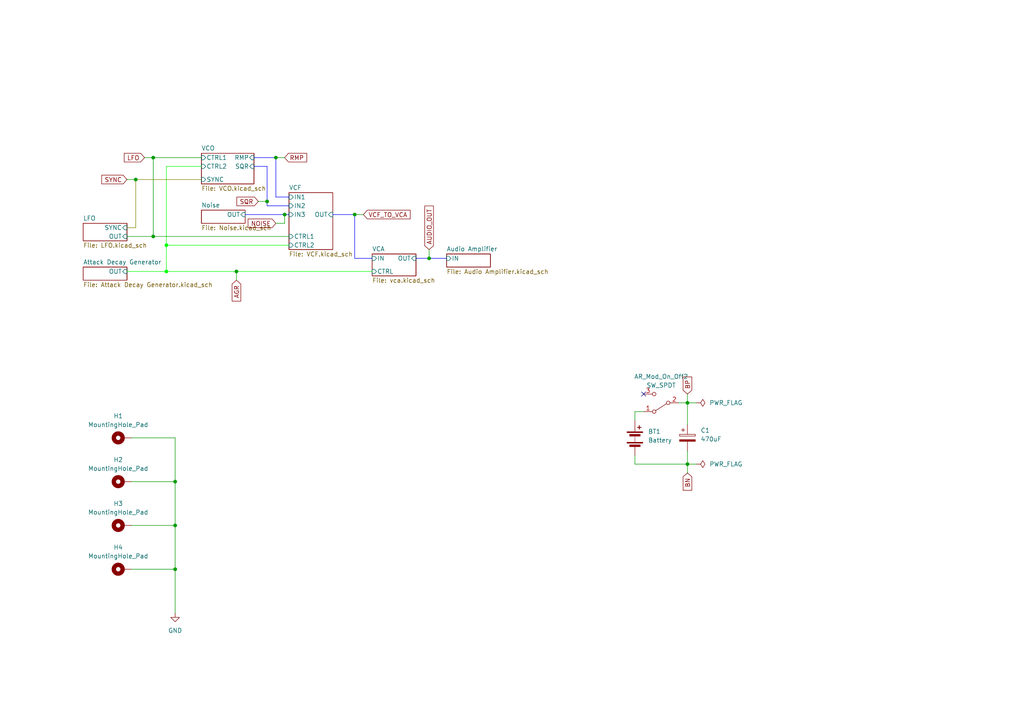
<source format=kicad_sch>
(kicad_sch (version 20230121) (generator eeschema)
  (paper "A4")
  (lib_symbols
    (symbol "Device:Battery" (pin_numbers hide) (pin_names (offset 0) hide)
      (property "Reference" "BT" (at 2.54 2.54 0))
      (property "Value" "Battery" (at 2.54 0 0))
      (symbol "Battery_0_1"
        (rectangle (start -2.286 -1.27) (end 2.286 -1.524) (fill (type outline)))
        (rectangle (start -2.286 1.778) (end 2.286 1.524) (fill (type outline)))
        (rectangle (start -1.524 -2.032) (end 1.524 -2.54) (fill (type outline)))
        (rectangle (start -1.524 1.016) (end 1.524 0.508) (fill (type outline)))
        (polyline (pts (xy 0 -1.016) (xy 0 -0.762)))
        (polyline (pts (xy 0 -0.508) (xy 0 -0.254)))
        (polyline (pts (xy 0 0) (xy 0 0.254)))
        (polyline (pts (xy 0 1.778) (xy 0 2.54)))
        (polyline (pts (xy 0.762 3.048) (xy 1.778 3.048)) (stroke (width 0.254)))
        (polyline (pts (xy 1.27 3.556) (xy 1.27 2.54)) (stroke (width 0.254)))
      )
      (symbol "Battery_1_1"
        (pin passive line (at 0 5.08 270) (length 2.54) (name "+") (number "1"))
        (pin passive line (at 0 -5.08 90) (length 2.54) (name "-") (number "2"))
      )
    )
    (symbol "Device:C_Polarized" (pin_numbers hide) (pin_names (offset 0.254))
      (property "Reference" "C" (at 0.635 2.54 0))
      (property "Value" "C_Polarized" (at 0.635 -2.54 0))
      (symbol "C_Polarized_0_1"
        (rectangle (start -2.286 0.508) (end 2.286 1.016))
        (polyline (pts (xy -1.778 2.286) (xy -0.762 2.286)))
        (polyline (pts (xy -1.27 2.794) (xy -1.27 1.778)))
        (rectangle (start 2.286 -0.508) (end -2.286 -1.016) (fill (type outline)))
      )
      (symbol "C_Polarized_1_1"
        (pin passive line (at 0 3.81 270) (length 2.794) (name "~") (number "1"))
        (pin passive line (at 0 -3.81 90) (length 2.794) (name "~") (number "2"))
      )
    )
    (symbol "Mechanical:MountingHole_Pad" (pin_numbers hide) (pin_names (offset 1.016) hide)
      (property "Reference" "H" (at 0 6.35 0))
      (property "Value" "MountingHole_Pad" (at 0 4.445 0))
      (symbol "MountingHole_Pad_0_1"
        (circle (center 0 1.27) (radius 1.27) (stroke (width 1.27)))
      )
      (symbol "MountingHole_Pad_1_1"
        (pin input line (at 0 -2.54 90) (length 2.54) (name "1") (number "1"))
      )
    )
    (symbol "Switch:SW_SPDT" (pin_names (offset 0) hide)
      (property "Reference" "SW" (at 0 4.318 0))
      (property "Value" "SW_SPDT" (at 0 -5.08 0))
      (symbol "SW_SPDT_0_0"
        (circle (center -2.032 0) (radius 0.508))
        (circle (center 2.032 -2.54) (radius 0.508))
      )
      (symbol "SW_SPDT_0_1"
        (polyline (pts (xy -1.524 0.254) (xy 1.651 2.286)))
        (circle (center 2.032 2.54) (radius 0.508))
      )
      (symbol "SW_SPDT_1_1"
        (pin passive line (at 5.08 2.54 180) (length 2.54) (name "A") (number "1"))
        (pin passive line (at -5.08 0 0) (length 2.54) (name "B") (number "2"))
        (pin passive line (at 5.08 -2.54 180) (length 2.54) (name "C") (number "3"))
      )
    )
    (symbol "power:GND" (power) (pin_names (offset 0))
      (property "Value" "GND" (at 0 -3.81 0))
      (symbol "GND_0_1"
        (polyline (pts (xy 0 0) (xy 0 -1.27) (xy 1.27 -1.27) (xy 0 -2.54) (xy -1.27 -1.27) (xy 0 -1.27)))
      )
      (symbol "GND_1_1"
        (pin power_in line (at 0 0 270) (length 0) hide (name "GND") (number "1"))
      )
    )
    (symbol "power:PWR_FLAG" (power) (pin_numbers hide) (pin_names (offset 0) hide)
      (property "Value" "PWR_FLAG" (at 0 3.81 0))
      (symbol "PWR_FLAG_0_0"
        (pin power_out line (at 0 0 90) (length 0) (name "pwr") (number "1"))
      )
      (symbol "PWR_FLAG_0_1"
        (polyline (pts (xy 0 0) (xy 0 1.27) (xy -1.016 1.905) (xy 0 2.54) (xy 1.016 1.905) (xy 0 1.27)))
      )
    )
  )
  (junction (at 68.58 78.74))
  (junction (at 50.8 165.1))
  (junction (at 44.45 68.58))
  (junction (at 39.37 52.07))
  (junction (at 82.55 62.23))
  (junction (at 77.47 58.42))
  (junction (at 44.45 45.72))
  (junction (at 199.39 116.84))
  (junction (at 48.26 78.74) (color 0 255 0 1))
  (junction (at 50.8 139.7))
  (junction (at 199.39 134.62))
  (junction (at 80.01 45.72))
  (junction (at 50.8 152.4))
  (junction (at 48.26 71.12) (color 0 255 0 1))
  (junction (at 102.87 62.23))
  (junction (at 124.46 74.93))
  (no_connect (at 186.69 114.3))
  (wire (pts (xy 199.39 134.62) (xy 199.39 137.16)))
  (wire (pts (xy 38.1 165.1) (xy 50.8 165.1)))
  (wire (pts (xy 39.37 52.07) (xy 58.42 52.07)) (stroke (width 0) (color 132 132 0 1)))
  (wire (pts (xy 58.42 45.72) (xy 44.45 45.72)))
  (wire (pts (xy 50.8 152.4) (xy 50.8 165.1)))
  (wire (pts (xy 48.26 48.26) (xy 48.26 71.12)) (stroke (width 0) (color 0 255 0 1)))
  (wire (pts (xy 44.45 45.72) (xy 44.45 68.58)))
  (wire (pts (xy 120.65 74.93) (xy 124.46 74.93)) (stroke (width 0) (color 0 0 255 1)))
  (wire (pts (xy 50.8 139.7) (xy 50.8 152.4)))
  (wire (pts (xy 74.93 58.42) (xy 77.47 58.42)))
  (wire (pts (xy 38.1 139.7) (xy 50.8 139.7)))
  (wire (pts (xy 124.46 72.39) (xy 124.46 74.93)))
  (wire (pts (xy 83.82 68.58) (xy 44.45 68.58)))
  (wire (pts (xy 82.55 64.77) (xy 82.55 62.23)))
  (wire (pts (xy 39.37 66.04) (xy 36.83 66.04)) (stroke (width 0) (color 132 132 0 1)))
  (wire (pts (xy 102.87 62.23) (xy 102.87 74.93)) (stroke (width 0) (color 0 0 255 1)))
  (wire (pts (xy 184.15 119.38) (xy 184.15 121.92)))
  (wire (pts (xy 196.85 116.84) (xy 199.39 116.84)))
  (wire (pts (xy 199.39 114.3) (xy 199.39 116.84)))
  (wire (pts (xy 38.1 127) (xy 50.8 127)))
  (wire (pts (xy 73.66 45.72) (xy 80.01 45.72)) (stroke (width 0) (color 0 0 255 1)))
  (wire (pts (xy 50.8 127) (xy 50.8 139.7)))
  (wire (pts (xy 184.15 132.08) (xy 184.15 134.62)))
  (wire (pts (xy 107.95 78.74) (xy 68.58 78.74)) (stroke (width 0) (color 0 255 0 1)))
  (wire (pts (xy 80.01 57.15) (xy 83.82 57.15)) (stroke (width 0) (color 0 0 255 1)))
  (wire (pts (xy 80.01 45.72) (xy 80.01 57.15)) (stroke (width 0) (color 0 0 255 1)))
  (wire (pts (xy 102.87 62.23) (xy 105.41 62.23)))
  (wire (pts (xy 36.83 52.07) (xy 39.37 52.07)))
  (wire (pts (xy 199.39 116.84) (xy 201.93 116.84)))
  (wire (pts (xy 71.12 62.23) (xy 82.55 62.23)) (stroke (width 0) (color 0 0 255 1)))
  (wire (pts (xy 199.39 134.62) (xy 199.39 130.81)))
  (wire (pts (xy 38.1 152.4) (xy 50.8 152.4)))
  (wire (pts (xy 41.91 45.72) (xy 44.45 45.72)))
  (wire (pts (xy 58.42 48.26) (xy 48.26 48.26)) (stroke (width 0) (color 0 255 0 1)))
  (wire (pts (xy 80.01 45.72) (xy 82.55 45.72)))
  (wire (pts (xy 186.69 119.38) (xy 184.15 119.38)))
  (wire (pts (xy 68.58 78.74) (xy 68.58 81.28)))
  (wire (pts (xy 102.87 74.93) (xy 107.95 74.93)) (stroke (width 0) (color 0 0 255 1)))
  (wire (pts (xy 44.45 68.58) (xy 36.83 68.58)))
  (wire (pts (xy 199.39 116.84) (xy 199.39 123.19)))
  (wire (pts (xy 77.47 48.26) (xy 77.47 58.42)) (stroke (width 0) (color 0 0 255 1)))
  (wire (pts (xy 124.46 74.93) (xy 129.54 74.93)) (stroke (width 0) (color 0 0 255 1)))
  (wire (pts (xy 96.52 62.23) (xy 102.87 62.23)) (stroke (width 0) (color 0 0 255 1)))
  (wire (pts (xy 83.82 71.12) (xy 48.26 71.12)) (stroke (width 0) (color 0 255 0 1)))
  (wire (pts (xy 199.39 134.62) (xy 201.93 134.62)))
  (wire (pts (xy 68.58 78.74) (xy 48.26 78.74)) (stroke (width 0) (color 0 255 0 1)))
  (wire (pts (xy 48.26 71.12) (xy 48.26 78.74)) (stroke (width 0) (color 0 255 0 1)))
  (wire (pts (xy 77.47 58.42) (xy 77.47 59.69)) (stroke (width 0) (color 0 0 255 1)))
  (wire (pts (xy 80.01 64.77) (xy 82.55 64.77)))
  (wire (pts (xy 36.83 78.74) (xy 48.26 78.74)) (stroke (width 0) (color 0 255 0 1)))
  (wire (pts (xy 82.55 62.23) (xy 83.82 62.23)) (stroke (width 0) (color 0 0 255 1)))
  (wire (pts (xy 39.37 52.07) (xy 39.37 66.04)) (stroke (width 0) (color 132 132 0 1)))
  (wire (pts (xy 73.66 48.26) (xy 77.47 48.26)) (stroke (width 0) (color 0 0 255 1)))
  (wire (pts (xy 77.47 59.69) (xy 83.82 59.69)) (stroke (width 0) (color 0 0 255 1)))
  (wire (pts (xy 184.15 134.62) (xy 199.39 134.62)))
  (wire (pts (xy 50.8 165.1) (xy 50.8 177.8)))
  (global_label "LFO" (shape input) (at 41.91 45.72 180) (property "Intersheetrefs" "${INTERSHEET_REFS}" (effects hide)))
  (global_label "BN" (shape input) (at 199.39 137.16 270) (property "Intersheetrefs" "${INTERSHEET_REFS}" (effects hide)))
  (global_label "RMP" (shape input) (at 82.55 45.72 0) (property "Intersheetrefs" "${INTERSHEET_REFS}" (effects hide)))
  (global_label "SQR" (shape input) (at 74.93 58.42 180) (property "Intersheetrefs" "${INTERSHEET_REFS}" (effects hide)))
  (global_label "AGR" (shape input) (at 68.58 81.28 270) (property "Intersheetrefs" "${INTERSHEET_REFS}" (effects hide)))
  (global_label "BP" (shape input) (at 199.39 114.3 90) (property "Intersheetrefs" "${INTERSHEET_REFS}" (effects hide)))
  (global_label "SYNC" (shape input) (at 36.83 52.07 180) (property "Intersheetrefs" "${INTERSHEET_REFS}" (effects hide)))
  (global_label "VCF_TO_VCA" (shape input) (at 105.41 62.23 0) (property "Intersheetrefs" "${INTERSHEET_REFS}" (effects hide)))
  (global_label "NOISE" (shape input) (at 80.01 64.77 180) (property "Intersheetrefs" "${INTERSHEET_REFS}" (effects hide)))
  (global_label "AUDIO_OUT" (shape input) (at 124.46 72.39 90) (property "Intersheetrefs" "${INTERSHEET_REFS}" (effects hide)))
  (symbol (lib_id "Mechanical:MountingHole_Pad") (at 35.56 127 90) (unit 1) (in_bom no)
    (property "Reference" "H1" (at 34.29 120.65 90))
    (property "Value" "MountingHole_Pad" (at 34.29 123.19 90))
    (property "Footprint" "MountingHole:MountingHole_3.2mm_M3_DIN965_Pad" (effects hide))
  )
  (symbol (lib_id "power:PWR_FLAG") (at 201.93 134.62 270) (unit 1)
    (property "Reference" "#FLG02" (effects hide))
    (property "Value" "PWR_FLAG" (at 205.74 134.62 90) (effects (justify left)))
  )
  (symbol (lib_id "Device:C_Polarized") (at 199.39 127 0) (unit 1)
    (property "Reference" "C1" (at 203.2 124.841 0) (effects (justify left)))
    (property "Value" "470uF" (at 203.2 127.381 0) (effects (justify left)))
    (property "Footprint" "Capacitor_THT:CP_Radial_D8.0mm_P2.50mm" (effects hide))
  )
  (symbol (lib_id "Device:Battery") (at 184.15 127 0) (unit 1)
    (property "Reference" "BT1" (at 187.96 125.1585 0) (effects (justify left)))
    (property "Value" "Battery" (at 187.96 127.6985 0) (effects (justify left)))
    (property "Footprint" "Library:Battery holder 9v" (effects hide))
  )
  (symbol (lib_id "Mechanical:MountingHole_Pad") (at 35.56 152.4 90) (unit 1) (in_bom no)
    (property "Reference" "H3" (at 34.29 146.05 90))
    (property "Value" "MountingHole_Pad" (at 34.29 148.59 90))
    (property "Footprint" "MountingHole:MountingHole_3.2mm_M3_DIN965_Pad" (effects hide))
  )
  (symbol (lib_id "Switch:SW_SPDT") (at 191.77 116.84 180) (unit 1)
    (property "Reference" "AR_Mod_On_Off2" (at 191.77 109.22 0))
    (property "Value" "SW_SPDT" (at 191.77 111.76 0))
    (property "Footprint" "benjiaomodular:ToggleSwitch_MTS-102_SPDT" (effects hide))
  )
  (symbol (lib_id "Mechanical:MountingHole_Pad") (at 35.56 165.1 90) (unit 1) (in_bom no)
    (property "Reference" "H4" (at 34.29 158.75 90))
    (property "Value" "MountingHole_Pad" (at 34.29 161.29 90))
    (property "Footprint" "MountingHole:MountingHole_3.2mm_M3_DIN965_Pad" (effects hide))
  )
  (symbol (lib_id "power:GND") (at 50.8 177.8 0) (unit 1)
    (property "Reference" "#PWR019" (effects hide))
    (property "Value" "GND" (at 50.8 182.88 0))
  )
  (symbol (lib_id "Mechanical:MountingHole_Pad") (at 35.56 139.7 90) (unit 1) (in_bom no)
    (property "Reference" "H2" (at 34.29 133.35 90))
    (property "Value" "MountingHole_Pad" (at 34.29 135.89 90))
    (property "Footprint" "MountingHole:MountingHole_3.2mm_M3_DIN965_Pad" (effects hide))
  )
  (symbol (lib_id "power:PWR_FLAG") (at 201.93 116.84 270) (unit 1)
    (property "Reference" "#FLG01" (effects hide))
    (property "Value" "PWR_FLAG" (at 205.74 116.84 90) (effects (justify left)))
  )
  (sheet (at 58.42 60.96) (size 12.7 3.81) (stroke (width 0.1524))
    (property "Sheetname" "Noise" (at 58.42 60.2484 0) (effects (justify left bottom)))
    (property "Sheetfile" "Noise.kicad_sch" (at 58.42 65.3546 0) (effects (justify left top)))
    (pin "OUT" input (at 71.12 62.23 0))
  )
  (sheet (at 24.13 77.47) (size 12.7 3.81) (stroke (width 0.1524))
    (property "Sheetname" "Attack Decay Generator" (at 24.13 76.7584 0) (effects (justify left bottom)))
    (property "Sheetfile" "Attack Decay Generator.kicad_sch" (at 24.13 81.8646 0) (effects (justify left top)))
    (pin "OUT" input (at 36.83 78.74 0))
  )
  (sheet (at 58.42 44.45) (size 15.24 8.89) (stroke (width 0.1524))
    (property "Sheetname" "VCO" (at 58.42 43.7384 0) (effects (justify left bottom)))
    (property "Sheetfile" "VCO.kicad_sch" (at 58.42 53.9246 0) (effects (justify left top)))
    (pin "SYNC" input (at 58.42 52.07 180))
    (pin "RMP" input (at 73.66 45.72 0))
    (pin "SQR" input (at 73.66 48.26 0))
    (pin "CTRL1" input (at 58.42 45.72 180))
    (pin "CTRL2" input (at 58.42 48.26 180))
  )
  (sheet (at 83.82 55.88) (size 12.7 16.51) (stroke (width 0.1524))
    (property "Sheetname" "VCF" (at 83.82 55.1684 0) (effects (justify left bottom)))
    (property "Sheetfile" "VCF.kicad_sch" (at 83.82 72.9746 0) (effects (justify left top)))
    (pin "CTRL1" input (at 83.82 68.58 180))
    (pin "CTRL2" input (at 83.82 71.12 180))
    (pin "OUT" input (at 96.52 62.23 0))
    (pin "IN3" input (at 83.82 62.23 180))
    (pin "IN1" input (at 83.82 57.15 180))
    (pin "IN2" input (at 83.82 59.69 180))
  )
  (sheet (at 129.54 73.66) (size 12.7 3.81) (stroke (width 0.1524))
    (property "Sheetname" "Audio Amplifier" (at 129.54 72.9484 0) (effects (justify left bottom)))
    (property "Sheetfile" "Audio Amplifier.kicad_sch" (at 129.54 78.0546 0) (effects (justify left top)))
    (pin "IN" input (at 129.54 74.93 180))
  )
  (sheet (at 24.13 64.77) (size 12.7 5.08) (stroke (width 0.1524))
    (property "Sheetname" "LFO" (at 24.13 64.0584 0) (effects (justify left bottom)))
    (property "Sheetfile" "LFO.kicad_sch" (at 24.13 70.4346 0) (effects (justify left top)))
    (pin "OUT" input (at 36.83 68.58 0))
    (pin "SYNC" input (at 36.83 66.04 0))
  )
  (sheet (at 107.95 73.66) (size 12.7 6.35) (stroke (width 0.1524))
    (property "Sheetname" "VCA" (at 107.95 72.9484 0) (effects (justify left bottom)))
    (property "Sheetfile" "vca.kicad_sch" (at 107.95 80.5946 0) (effects (justify left top)))
    (pin "IN" input (at 107.95 74.93 180))
    (pin "CTRL" input (at 107.95 78.74 180))
    (pin "OUT" input (at 120.65 74.93 0))
  )
)
</source>
